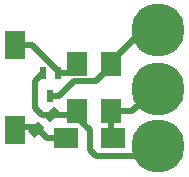
<source format=gbr>
G04 #@! TF.FileFunction,Copper,L1,Top,Signal*
%FSLAX46Y46*%
G04 Gerber Fmt 4.6, Leading zero omitted, Abs format (unit mm)*
G04 Created by KiCad (PCBNEW 4.0.2-4+6225~38~ubuntu15.10.1-stable) date Sun 01 May 2016 02:16:50 AM PDT*
%MOMM*%
G01*
G04 APERTURE LIST*
%ADD10C,0.100000*%
%ADD11R,1.800860X2.400860*%
%ADD12R,0.599440X1.000760*%
%ADD13C,4.500880*%
%ADD14R,1.700000X2.000000*%
%ADD15R,2.000000X1.700000*%
%ADD16C,0.500000*%
G04 APERTURE END LIST*
D10*
D11*
X16101120Y-24400000D03*
X16101120Y-17200000D03*
D12*
X18439760Y-19617710D03*
X19740240Y-19617710D03*
X19090000Y-21517630D03*
D10*
G36*
X17699150Y-25081180D02*
X17168820Y-24550850D01*
X18017348Y-23702322D01*
X18547678Y-24232652D01*
X17699150Y-25081180D01*
X17699150Y-25081180D01*
G37*
G36*
X19042652Y-23737678D02*
X18512322Y-23207348D01*
X19360850Y-22358820D01*
X19891180Y-22889150D01*
X19042652Y-23737678D01*
X19042652Y-23737678D01*
G37*
D13*
X28170000Y-16000000D03*
X28170000Y-20930000D03*
X28170000Y-25800000D03*
D14*
X21360000Y-18805000D03*
X21360000Y-22805000D03*
D15*
X24420000Y-25110000D03*
X20420000Y-25110000D03*
D14*
X24210000Y-22840000D03*
X24210000Y-18840000D03*
D16*
X22420000Y-26090000D02*
X22420000Y-24449998D01*
X22420000Y-24449998D02*
X21360000Y-23389998D01*
X21360000Y-23389998D02*
X21360000Y-22805000D01*
X22975000Y-26645000D02*
X22420000Y-26090000D01*
X28170000Y-26645000D02*
X22975000Y-26645000D01*
X17790000Y-22540000D02*
X17790000Y-20267470D01*
X17790000Y-20267470D02*
X18439760Y-19617710D01*
X18404315Y-23154315D02*
X17790000Y-22540000D01*
X17790000Y-22540000D02*
X17770000Y-22520000D01*
X19095685Y-23154315D02*
X18404315Y-23154315D01*
X19095685Y-23154315D02*
X20865685Y-23154315D01*
X20865685Y-23154315D02*
X21360000Y-22660000D01*
X16101120Y-24200000D02*
X17878630Y-24200000D01*
X17878630Y-24200000D02*
X17964315Y-24285685D01*
X20570000Y-25110000D02*
X18788630Y-25110000D01*
X18788630Y-25110000D02*
X17964315Y-24285685D01*
X19740240Y-19617710D02*
X20697290Y-19617710D01*
X20697290Y-19617710D02*
X21360000Y-18955000D01*
X16101120Y-17200000D02*
X17523190Y-17200000D01*
X17523190Y-17200000D02*
X19740240Y-19417050D01*
X19740240Y-19417050D02*
X19740240Y-19617710D01*
X24210000Y-18840000D02*
X24210000Y-18690000D01*
X27685000Y-15215000D02*
X28170000Y-15215000D01*
X24210000Y-18690000D02*
X27685000Y-15215000D01*
X19090000Y-21517630D02*
X19852370Y-21517630D01*
X19852370Y-21517630D02*
X21114999Y-20255001D01*
X21114999Y-20255001D02*
X22944999Y-20255001D01*
X22944999Y-20255001D02*
X24210000Y-18990000D01*
X27930000Y-20930000D02*
X26020000Y-22840000D01*
X26020000Y-22840000D02*
X24210000Y-22840000D01*
X28170000Y-20930000D02*
X27930000Y-20930000D01*
X24210000Y-22690000D02*
X24210000Y-25050000D01*
X24210000Y-25050000D02*
X24270000Y-25110000D01*
M02*
</source>
